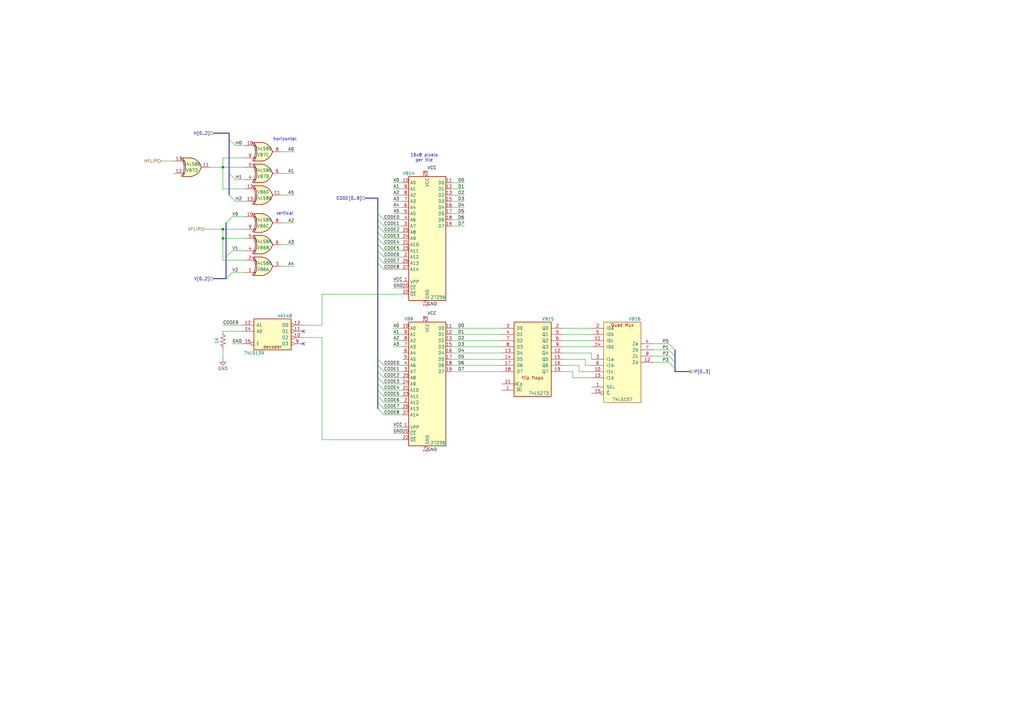
<source format=kicad_sch>
(kicad_sch (version 20231120) (generator "eeschema") (generator_version "8.0")
  (paper "A3")
  (title_block (date "2024-10-12") (company "JOTEGO") (comment 1 "Jose Tejada"))
  (lib_symbols
    (symbol "Device:R_US" (pin_numbers hide) (pin_names (offset 0))
      (property "Reference" "R" (at 2.54 0 90))
      (property "Value" "R_US" (at -2.54 0 90))
      (symbol "R_US_0_1"
        (polyline (pts (xy 0 -2.286) (xy 0 -2.54)))
        (polyline (pts (xy 0 2.286) (xy 0 2.54)))
        (polyline (pts (xy 0 -0.762) (xy 1.016 -1.143) (xy 0 -1.524) (xy -1.016 -1.905) (xy 0 -2.286)))
        (polyline (pts (xy 0 0.762) (xy 1.016 0.381) (xy 0 0) (xy -1.016 -0.381) (xy 0 -0.762)))
        (polyline (pts (xy 0 2.286) (xy 1.016 1.905) (xy 0 1.524) (xy -1.016 1.143) (xy 0 0.762)))
      )
      (symbol "R_US_1_1"
        (pin passive line (at 0 3.81 270) (length 1.27) (name "~") (number "1"))
        (pin passive line (at 0 -3.81 90) (length 1.27) (name "~") (number "2"))
      )
    )
    (symbol "Memory_EPROM:27256"
      (property "Reference" "U" (at -7.62 26.67 0))
      (property "Value" "27256" (at 2.54 -26.67 0))
      (symbol "27256_1_1"
        (rectangle (start -7.62 25.4) (end 7.62 -25.4) (stroke (width 0.254)) (fill (type background)))
        (pin input line (at -10.16 -17.78 0) (length 2.54) (name "VPP") (number "1"))
        (pin input line (at -10.16 22.86 0) (length 2.54) (name "A0") (number "10"))
        (pin tri_state line (at 10.16 22.86 180) (length 2.54) (name "D0") (number "11"))
        (pin tri_state line (at 10.16 20.32 180) (length 2.54) (name "D1") (number "12"))
        (pin tri_state line (at 10.16 17.78 180) (length 2.54) (name "D2") (number "13"))
        (pin power_in line (at 0 -27.94 90) (length 2.54) (name "GND") (number "14"))
        (pin tri_state line (at 10.16 15.24 180) (length 2.54) (name "D3") (number "15"))
        (pin tri_state line (at 10.16 12.7 180) (length 2.54) (name "D4") (number "16"))
        (pin tri_state line (at 10.16 10.16 180) (length 2.54) (name "D5") (number "17"))
        (pin tri_state line (at 10.16 7.62 180) (length 2.54) (name "D6") (number "18"))
        (pin tri_state line (at 10.16 5.08 180) (length 2.54) (name "D7") (number "19"))
        (pin input line (at -10.16 -7.62 0) (length 2.54) (name "A12") (number "2"))
        (pin input line (at -10.16 -20.32 0) (length 2.54) (name "~{CE}") (number "20"))
        (pin input line (at -10.16 -2.54 0) (length 2.54) (name "A10") (number "21"))
        (pin input line (at -10.16 -22.86 0) (length 2.54) (name "~{OE}") (number "22"))
        (pin input line (at -10.16 -5.08 0) (length 2.54) (name "A11") (number "23"))
        (pin input line (at -10.16 0 0) (length 2.54) (name "A9") (number "24"))
        (pin input line (at -10.16 2.54 0) (length 2.54) (name "A8") (number "25"))
        (pin input line (at -10.16 -10.16 0) (length 2.54) (name "A13") (number "26"))
        (pin input line (at -10.16 -12.7 0) (length 2.54) (name "A14") (number "27"))
        (pin power_in line (at 0 27.94 270) (length 2.54) (name "VCC") (number "28"))
        (pin input line (at -10.16 5.08 0) (length 2.54) (name "A7") (number "3"))
        (pin input line (at -10.16 7.62 0) (length 2.54) (name "A6") (number "4"))
        (pin input line (at -10.16 10.16 0) (length 2.54) (name "A5") (number "5"))
        (pin input line (at -10.16 12.7 0) (length 2.54) (name "A4") (number "6"))
        (pin input line (at -10.16 15.24 0) (length 2.54) (name "A3") (number "7"))
        (pin input line (at -10.16 17.78 0) (length 2.54) (name "A2") (number "8"))
        (pin input line (at -10.16 20.32 0) (length 2.54) (name "A1") (number "9"))
      )
    )
    (symbol "jt74:74LS139" (pin_names (offset 1.016))
      (property "Reference" "U" (at 6.35 6.35 0))
      (property "Value" "74LS139" (at -7.62 -8.89 0))
      (symbol "74LS139_0_0"
        (text "decoder" (at 0 -6.35 0) (effects (font (size 1.27 1.27))))
      )
      (symbol "74LS139_1_0"
        (pin input inverted (at -12.7 -5.08 0) (length 5.08) (name "E") (number "1"))
        (pin input line (at -12.7 0 0) (length 5.08) (name "A0") (number "2"))
        (pin input line (at -12.7 2.54 0) (length 5.08) (name "A1") (number "3"))
        (pin output inverted (at 12.7 2.54 180) (length 5.08) (name "O0") (number "4"))
        (pin output inverted (at 12.7 0 180) (length 5.08) (name "O1") (number "5"))
        (pin output inverted (at 12.7 -2.54 180) (length 5.08) (name "O2") (number "6"))
        (pin output inverted (at 12.7 -5.08 180) (length 5.08) (name "O3") (number "7"))
      )
      (symbol "74LS139_1_1"
        (rectangle (start -7.62 5.08) (end 7.62 -7.62) (stroke (width 0.254)) (fill (type background)))
      )
      (symbol "74LS139_2_0"
        (pin output inverted (at 12.7 -2.54 180) (length 5.08) (name "O2") (number "10"))
        (pin output inverted (at 12.7 0 180) (length 5.08) (name "O1") (number "11"))
        (pin output inverted (at 12.7 2.54 180) (length 5.08) (name "O0") (number "12"))
        (pin input line (at -12.7 2.54 0) (length 5.08) (name "A1") (number "13"))
        (pin input line (at -12.7 0 0) (length 5.08) (name "A0") (number "14"))
        (pin input inverted (at -12.7 -5.08 0) (length 5.08) (name "E") (number "15"))
        (pin output inverted (at 12.7 -5.08 180) (length 5.08) (name "O3") (number "9"))
      )
      (symbol "74LS139_2_1"
        (rectangle (start -7.62 5.08) (end 7.62 -7.62) (stroke (width 0.254)) (fill (type background)))
      )
      (symbol "74LS139_3_0"
        (pin power_in line (at 0 7.62 270) (length 5.08) hide (name "VCC") (number "16"))
        (pin power_in line (at 0 -7.62 90) (length 5.08) hide (name "VSS") (number "8"))
      )
      (symbol "74LS139_3_1"
        (rectangle (start -5.08 7.62) (end 5.08 -7.62) (stroke (width 0.254)) (fill (type background)))
      )
    )
    (symbol "jt74:74LS157" (pin_names (offset 1.016))
      (property "Reference" "U" (at 5.08 16.51 0))
      (property "Value" "74LS157" (at 0 -16.51 0))
      (symbol "74LS157_0_0"
        (text "Quad Mux" (at 0 13.97 0) (effects (font (size 1.27 1.27))))
      )
      (symbol "74LS157_1_0"
        (pin input line (at -12.7 -11.43 0) (length 5.08) (name "SEL") (number "1"))
        (pin input line (at -12.7 -5.08 0) (length 5.08) (name "I1c") (number "10"))
        (pin input line (at -12.7 7.62 0) (length 5.08) (name "I0c") (number "11"))
        (pin output line (at 12.7 -1.27 180) (length 5.08) (name "Zd") (number "12"))
        (pin input line (at -12.7 -7.62 0) (length 5.08) (name "I1d") (number "13"))
        (pin input line (at -12.7 5.08 0) (length 5.08) (name "I0d") (number "14"))
        (pin input inverted (at -12.7 -13.97 0) (length 5.08) (name "~{G}") (number "15"))
        (pin input line (at -12.7 12.7 0) (length 5.08) (name "I0a") (number "2"))
        (pin input line (at -12.7 0 0) (length 5.08) (name "I1a") (number "3"))
        (pin output line (at 12.7 6.35 180) (length 5.08) (name "Za") (number "4"))
        (pin input line (at -12.7 10.16 0) (length 5.08) (name "I0b") (number "5"))
        (pin input line (at -12.7 -2.54 0) (length 5.08) (name "I1b") (number "6"))
        (pin output line (at 12.7 3.81 180) (length 5.08) (name "Zb") (number "7"))
        (pin output line (at 12.7 1.27 180) (length 5.08) (name "Zc") (number "9"))
      )
      (symbol "74LS157_1_1"
        (rectangle (start -7.62 15.24) (end 7.62 -17.78) (fill (type background)))
      )
    )
    (symbol "jt74:74LS273" (pin_names (offset 1.016))
      (property "Reference" "U" (at 6.35 16.51 0))
      (property "Value" "74LS273" (at 2.54 -13.97 0))
      (symbol "74LS273_0_0"
        (text "flip flops" (at 0 -7.62 0) (effects (font (size 1.27 1.27))))
      )
      (symbol "74LS273_1_0"
        (pin input line (at -12.7 -12.7 0) (length 5.08) (name "~{Mr}") (number "1"))
        (pin input clock (at -12.7 -10.16 0) (length 5.08) (name "Cp") (number "11"))
        (pin output line (at 12.7 2.54 180) (length 5.08) (name "Q4") (number "12"))
        (pin input line (at -12.7 2.54 0) (length 5.08) (name "D4") (number "13"))
        (pin input line (at -12.7 0 0) (length 5.08) (name "D5") (number "14"))
        (pin output line (at 12.7 0 180) (length 5.08) (name "Q5") (number "15"))
        (pin output line (at 12.7 -2.54 180) (length 5.08) (name "Q6") (number "16"))
        (pin input line (at -12.7 -2.54 0) (length 5.08) (name "D6") (number "17"))
        (pin input line (at -12.7 -5.08 0) (length 5.08) (name "D7") (number "18"))
        (pin output line (at 12.7 -5.08 180) (length 5.08) (name "Q7") (number "19"))
        (pin output line (at 12.7 12.7 180) (length 5.08) (name "Q0") (number "2"))
        (pin input line (at -12.7 12.7 0) (length 5.08) (name "D0") (number "3"))
        (pin input line (at -12.7 10.16 0) (length 5.08) (name "D1") (number "4"))
        (pin output line (at 12.7 10.16 180) (length 5.08) (name "Q1") (number "5"))
        (pin output line (at 12.7 7.62 180) (length 5.08) (name "Q2") (number "6"))
        (pin input line (at -12.7 7.62 0) (length 5.08) (name "D2") (number "7"))
        (pin input line (at -12.7 5.08 0) (length 5.08) (name "D3") (number "8"))
        (pin output line (at 12.7 5.08 180) (length 5.08) (name "Q3") (number "9"))
      )
      (symbol "74LS273_1_1"
        (rectangle (start -7.62 15.24) (end 7.62 -15.24) (stroke (width 0.254)) (fill (type background)))
      )
    )
    (symbol "jt74:74LS86" (pin_names (offset 1.016))
      (property "Reference" "U" (at 0 1.27 0))
      (property "Value" "74LS86" (at 0 -1.27 0))
      (symbol "74LS86_1_0"
        (arc (start -4.4196 -3.81) (mid -3.2033 0) (end -4.4196 3.81) (stroke (width 0.254)))
        (arc (start -3.81 -3.81) (mid -2.589 0) (end -3.81 3.81) (stroke (width 0.254)))
        (arc (start -0.6096 -3.81) (mid 2.1842 -2.5851) (end 3.81 0) (stroke (width 0.254)) (fill (type background)))
        (polyline (pts (xy -3.81 -3.81) (xy -0.635 -3.81)) (stroke (width 0.254)) (fill (type background)))
        (polyline (pts (xy -3.81 3.81) (xy -0.635 3.81)) (stroke (width 0.254)) (fill (type background)))
        (polyline (pts (xy -0.635 3.81) (xy -3.81 3.81) (xy -3.81 3.81) (xy -3.556 3.4036) (xy -3.0226 2.2606) (xy -2.6924 1.0414) (xy -2.6162 -0.254) (xy -2.7686 -1.4986) (xy -3.175 -2.7178) (xy -3.81 -3.81) (xy -3.81 -3.81) (xy -0.635 -3.81)) (stroke (width -25.4)) (fill (type background)))
        (arc (start 3.81 0) (mid 2.1915 2.5936) (end -0.6096 3.81) (stroke (width 0.254)) (fill (type background)))
        (pin input line (at -7.62 2.54 0) (length 4.445) (name "~") (number "1"))
        (pin input line (at -7.62 -2.54 0) (length 4.445) (name "~") (number "2"))
        (pin output line (at 7.62 0 180) (length 3.81) (name "~") (number "3"))
      )
      (symbol "74LS86_1_1"
        (polyline (pts (xy -3.81 -2.54) (xy -3.175 -2.54)) (stroke (width 0.1524)))
        (polyline (pts (xy -3.81 2.54) (xy -3.175 2.54)) (stroke (width 0.1524)))
      )
      (symbol "74LS86_2_0"
        (arc (start -4.4196 -3.81) (mid -3.2033 0) (end -4.4196 3.81) (stroke (width 0.254)))
        (arc (start -3.81 -3.81) (mid -2.589 0) (end -3.81 3.81) (stroke (width 0.254)))
        (arc (start -0.6096 -3.81) (mid 2.1842 -2.5851) (end 3.81 0) (stroke (width 0.254)) (fill (type background)))
        (polyline (pts (xy -3.81 -3.81) (xy -0.635 -3.81)) (stroke (width 0.254)) (fill (type background)))
        (polyline (pts (xy -3.81 3.81) (xy -0.635 3.81)) (stroke (width 0.254)) (fill (type background)))
        (polyline (pts (xy -0.635 3.81) (xy -3.81 3.81) (xy -3.81 3.81) (xy -3.556 3.4036) (xy -3.0226 2.2606) (xy -2.6924 1.0414) (xy -2.6162 -0.254) (xy -2.7686 -1.4986) (xy -3.175 -2.7178) (xy -3.81 -3.81) (xy -3.81 -3.81) (xy -0.635 -3.81)) (stroke (width -25.4)) (fill (type background)))
        (arc (start 3.81 0) (mid 2.1915 2.5936) (end -0.6096 3.81) (stroke (width 0.254)) (fill (type background)))
        (pin input line (at -7.62 2.54 0) (length 4.445) (name "~") (number "4"))
        (pin input line (at -7.62 -2.54 0) (length 4.445) (name "~") (number "5"))
        (pin output line (at 7.62 0 180) (length 3.81) (name "~") (number "6"))
      )
      (symbol "74LS86_2_1"
        (polyline (pts (xy -3.81 -2.54) (xy -3.175 -2.54)) (stroke (width 0.1524)))
        (polyline (pts (xy -3.81 2.54) (xy -3.175 2.54)) (stroke (width 0.1524)))
      )
      (symbol "74LS86_3_0"
        (arc (start -4.4196 -3.81) (mid -3.2033 0) (end -4.4196 3.81) (stroke (width 0.254)))
        (arc (start -3.81 -3.81) (mid -2.589 0) (end -3.81 3.81) (stroke (width 0.254)))
        (arc (start -0.6096 -3.81) (mid 2.1842 -2.5851) (end 3.81 0) (stroke (width 0.254)) (fill (type background)))
        (polyline (pts (xy -3.81 -3.81) (xy -0.635 -3.81)) (stroke (width 0.254)) (fill (type background)))
        (polyline (pts (xy -3.81 3.81) (xy -0.635 3.81)) (stroke (width 0.254)) (fill (type background)))
        (polyline (pts (xy -0.635 3.81) (xy -3.81 3.81) (xy -3.81 3.81) (xy -3.556 3.4036) (xy -3.0226 2.2606) (xy -2.6924 1.0414) (xy -2.6162 -0.254) (xy -2.7686 -1.4986) (xy -3.175 -2.7178) (xy -3.81 -3.81) (xy -3.81 -3.81) (xy -0.635 -3.81)) (stroke (width -25.4)) (fill (type background)))
        (arc (start 3.81 0) (mid 2.1915 2.5936) (end -0.6096 3.81) (stroke (width 0.254)) (fill (type background)))
        (pin input line (at -7.62 -2.54 0) (length 4.445) (name "~") (number "10"))
        (pin output line (at 7.62 0 180) (length 3.81) (name "~") (number "8"))
        (pin input line (at -7.62 2.54 0) (length 4.445) (name "~") (number "9"))
      )
      (symbol "74LS86_3_1"
        (polyline (pts (xy -3.81 -2.54) (xy -3.175 -2.54)) (stroke (width 0.1524)))
        (polyline (pts (xy -3.81 2.54) (xy -3.175 2.54)) (stroke (width 0.1524)))
      )
      (symbol "74LS86_4_0"
        (arc (start -4.4196 -3.81) (mid -3.2033 0) (end -4.4196 3.81) (stroke (width 0.254)))
        (arc (start -3.81 -3.81) (mid -2.589 0) (end -3.81 3.81) (stroke (width 0.254)))
        (arc (start -0.6096 -3.81) (mid 2.1842 -2.5851) (end 3.81 0) (stroke (width 0.254)) (fill (type background)))
        (polyline (pts (xy -3.81 -3.81) (xy -0.635 -3.81)) (stroke (width 0.254)) (fill (type background)))
        (polyline (pts (xy -3.81 3.81) (xy -0.635 3.81)) (stroke (width 0.254)) (fill (type background)))
        (polyline (pts (xy -0.635 3.81) (xy -3.81 3.81) (xy -3.81 3.81) (xy -3.556 3.4036) (xy -3.0226 2.2606) (xy -2.6924 1.0414) (xy -2.6162 -0.254) (xy -2.7686 -1.4986) (xy -3.175 -2.7178) (xy -3.81 -3.81) (xy -3.81 -3.81) (xy -0.635 -3.81)) (stroke (width -25.4)) (fill (type background)))
        (arc (start 3.81 0) (mid 2.1915 2.5936) (end -0.6096 3.81) (stroke (width 0.254)) (fill (type background)))
        (pin output line (at 7.62 0 180) (length 3.81) (name "~") (number "11"))
        (pin input line (at -7.62 2.54 0) (length 4.445) (name "~") (number "12"))
        (pin input line (at -7.62 -2.54 0) (length 4.445) (name "~") (number "13"))
      )
      (symbol "74LS86_4_1"
        (polyline (pts (xy -3.81 -2.54) (xy -3.175 -2.54)) (stroke (width 0.1524)))
        (polyline (pts (xy -3.81 2.54) (xy -3.175 2.54)) (stroke (width 0.1524)))
      )
      (symbol "74LS86_5_0"
        (pin power_in line (at 0 7.62 270) (length 5.08) hide (name "VCC") (number "14"))
        (pin power_in line (at 0 -7.62 90) (length 5.08) hide (name "VSS") (number "7"))
      )
      (symbol "74LS86_5_1"
        (rectangle (start -5.08 7.62) (end 5.08 -7.62) (stroke (width 0.254)) (fill (type background)))
      )
    )
    (symbol "power:GND" (power) (pin_numbers hide) (pin_names (offset 0) hide)
      (property "Value" "GND" (at 0 -3.81 0))
      (symbol "GND_0_1"
        (polyline (pts (xy 0 0) (xy 0 -1.27) (xy 1.27 -1.27) (xy 0 -2.54) (xy -1.27 -1.27) (xy 0 -1.27)))
      )
      (symbol "GND_1_1"
        (pin power_in line (at 0 0 270) (length 0) (name "~") (number "1"))
      )
    )
  )
  (junction (at 91.44 97.79))
  (junction (at 91.44 93.98))
  (junction (at 91.44 68.58))
  (no_connect (at 124.46 135.89))
  (no_connect (at 124.46 140.97))
  (bus_entry (at 154.94 92.71) (size 2.54 2.54))
  (bus_entry (at 154.94 165.1) (size 2.54 2.54))
  (bus_entry (at 154.94 97.79) (size 2.54 2.54))
  (bus_entry (at 154.94 152.4) (size 2.54 2.54))
  (bus_entry (at 92.71 114.3) (size 2.54 -2.54))
  (bus_entry (at 154.94 167.64) (size 2.54 2.54))
  (bus_entry (at 154.94 107.95) (size 2.54 2.54))
  (bus_entry (at 93.98 57.15) (size 2.54 2.54))
  (bus_entry (at 154.94 154.94) (size 2.54 2.54))
  (bus_entry (at 154.94 147.32) (size 2.54 2.54))
  (bus_entry (at 154.94 90.17) (size 2.54 2.54))
  (bus_entry (at 274.32 146.05) (size 2.54 2.54))
  (bus_entry (at 93.98 80.01) (size 2.54 2.54))
  (bus_entry (at 154.94 105.41) (size 2.54 2.54))
  (bus_entry (at 93.98 71.12) (size 2.54 2.54))
  (bus_entry (at 154.94 160.02) (size 2.54 2.54))
  (bus_entry (at 92.71 91.44) (size 2.54 -2.54))
  (bus_entry (at 154.94 162.56) (size 2.54 2.54))
  (bus_entry (at 154.94 87.63) (size 2.54 2.54))
  (bus_entry (at 154.94 102.87) (size 2.54 2.54))
  (bus_entry (at 274.32 140.97) (size 2.54 2.54))
  (bus_entry (at 154.94 95.25) (size 2.54 2.54))
  (bus_entry (at 274.32 143.51) (size 2.54 2.54))
  (bus_entry (at 274.32 148.59) (size 2.54 2.54))
  (bus_entry (at 154.94 149.86) (size 2.54 2.54))
  (bus_entry (at 92.71 105.41) (size 2.54 -2.54))
  (bus_entry (at 154.94 100.33) (size 2.54 2.54))
  (bus_entry (at 154.94 157.48) (size 2.54 2.54))
  (wire (pts (xy 124.46 138.43) (xy 132.08 138.43)))
  (wire (pts (xy 231.14 137.16) (xy 242.57 137.16)))
  (bus (pts (xy 154.94 100.33) (xy 154.94 97.79)))
  (wire (pts (xy 91.44 106.68) (xy 100.33 106.68)))
  (wire (pts (xy 157.48 110.49) (xy 165.1 110.49)))
  (bus (pts (xy 92.71 105.41) (xy 92.71 114.3)))
  (wire (pts (xy 161.29 85.09) (xy 165.1 85.09)))
  (bus (pts (xy 154.94 149.86) (xy 154.94 147.32)))
  (wire (pts (xy 267.97 143.51) (xy 274.32 143.51)))
  (wire (pts (xy 161.29 139.7) (xy 165.1 139.7)))
  (wire (pts (xy 161.29 137.16) (xy 165.1 137.16)))
  (bus (pts (xy 154.94 162.56) (xy 154.94 160.02)))
  (wire (pts (xy 231.14 139.7) (xy 242.57 139.7)))
  (wire (pts (xy 267.97 140.97) (xy 274.32 140.97)))
  (wire (pts (xy 161.29 77.47) (xy 165.1 77.47)))
  (bus (pts (xy 154.94 167.64) (xy 154.94 165.1)))
  (wire (pts (xy 185.42 77.47) (xy 190.5 77.47)))
  (bus (pts (xy 93.98 54.61) (xy 87.63 54.61)))
  (bus (pts (xy 154.94 157.48) (xy 154.94 154.94)))
  (wire (pts (xy 91.44 93.98) (xy 91.44 97.79)))
  (bus (pts (xy 93.98 57.15) (xy 93.98 54.61)))
  (wire (pts (xy 231.14 134.62) (xy 242.57 134.62)))
  (bus (pts (xy 276.86 146.05) (xy 276.86 148.59)))
  (bus (pts (xy 93.98 80.01) (xy 93.98 71.12)))
  (wire (pts (xy 96.52 73.66) (xy 100.33 73.66)))
  (wire (pts (xy 115.57 109.22) (xy 120.65 109.22)))
  (wire (pts (xy 91.44 64.77) (xy 91.44 68.58)))
  (wire (pts (xy 161.29 142.24) (xy 165.1 142.24)))
  (wire (pts (xy 132.08 120.65) (xy 132.08 133.35)))
  (bus (pts (xy 154.94 97.79) (xy 154.94 95.25)))
  (wire (pts (xy 115.57 62.23) (xy 120.65 62.23)))
  (wire (pts (xy 161.29 177.8) (xy 165.1 177.8)))
  (wire (pts (xy 242.57 144.78) (xy 242.57 147.32)))
  (wire (pts (xy 157.48 170.18) (xy 165.1 170.18)))
  (bus (pts (xy 87.63 114.3) (xy 92.71 114.3)))
  (wire (pts (xy 185.42 137.16) (xy 205.74 137.16)))
  (wire (pts (xy 185.42 90.17) (xy 190.5 90.17)))
  (bus (pts (xy 154.94 160.02) (xy 154.94 157.48)))
  (bus (pts (xy 154.94 154.94) (xy 154.94 152.4)))
  (wire (pts (xy 231.14 152.4) (xy 234.95 152.4)))
  (wire (pts (xy 95.25 102.87) (xy 100.33 102.87)))
  (wire (pts (xy 240.03 147.32) (xy 240.03 149.86)))
  (wire (pts (xy 157.48 90.17) (xy 165.1 90.17)))
  (wire (pts (xy 95.25 88.9) (xy 100.33 88.9)))
  (wire (pts (xy 157.48 107.95) (xy 165.1 107.95)))
  (bus (pts (xy 276.86 152.4) (xy 283.21 152.4)))
  (bus (pts (xy 149.86 81.28) (xy 154.94 81.28)))
  (wire (pts (xy 157.48 160.02) (xy 165.1 160.02)))
  (bus (pts (xy 276.86 143.51) (xy 276.86 146.05)))
  (bus (pts (xy 154.94 107.95) (xy 154.94 147.32)))
  (wire (pts (xy 267.97 148.59) (xy 274.32 148.59)))
  (wire (pts (xy 91.44 68.58) (xy 91.44 77.47)))
  (bus (pts (xy 154.94 92.71) (xy 154.94 90.17)))
  (wire (pts (xy 91.44 97.79) (xy 91.44 106.68)))
  (wire (pts (xy 231.14 147.32) (xy 240.03 147.32)))
  (wire (pts (xy 185.42 142.24) (xy 205.74 142.24)))
  (wire (pts (xy 231.14 144.78) (xy 242.57 144.78)))
  (wire (pts (xy 157.48 92.71) (xy 165.1 92.71)))
  (wire (pts (xy 91.44 147.32) (xy 91.44 143.51)))
  (wire (pts (xy 132.08 180.34) (xy 165.1 180.34)))
  (bus (pts (xy 154.94 81.28) (xy 154.94 87.63)))
  (wire (pts (xy 157.48 95.25) (xy 165.1 95.25)))
  (wire (pts (xy 91.44 133.35) (xy 99.06 133.35)))
  (wire (pts (xy 161.29 87.63) (xy 165.1 87.63)))
  (wire (pts (xy 91.44 97.79) (xy 100.33 97.79)))
  (wire (pts (xy 185.42 139.7) (xy 205.74 139.7)))
  (bus (pts (xy 92.71 91.44) (xy 92.71 105.41)))
  (wire (pts (xy 157.48 167.64) (xy 165.1 167.64)))
  (wire (pts (xy 231.14 149.86) (xy 237.49 149.86)))
  (wire (pts (xy 157.48 102.87) (xy 165.1 102.87)))
  (wire (pts (xy 157.48 154.94) (xy 165.1 154.94)))
  (wire (pts (xy 185.42 152.4) (xy 205.74 152.4)))
  (wire (pts (xy 157.48 100.33) (xy 165.1 100.33)))
  (wire (pts (xy 161.29 80.01) (xy 165.1 80.01)))
  (wire (pts (xy 115.57 71.12) (xy 120.65 71.12)))
  (wire (pts (xy 165.1 120.65) (xy 132.08 120.65)))
  (wire (pts (xy 185.42 147.32) (xy 205.74 147.32)))
  (wire (pts (xy 185.42 82.55) (xy 190.5 82.55)))
  (bus (pts (xy 93.98 71.12) (xy 93.98 57.15)))
  (bus (pts (xy 276.86 151.13) (xy 276.86 152.4)))
  (wire (pts (xy 161.29 74.93) (xy 165.1 74.93)))
  (wire (pts (xy 66.04 66.04) (xy 71.12 66.04)))
  (wire (pts (xy 115.57 91.44) (xy 120.65 91.44)))
  (wire (pts (xy 240.03 149.86) (xy 242.57 149.86)))
  (wire (pts (xy 157.48 105.41) (xy 165.1 105.41)))
  (wire (pts (xy 157.48 152.4) (xy 165.1 152.4)))
  (bus (pts (xy 276.86 148.59) (xy 276.86 151.13)))
  (wire (pts (xy 95.25 140.97) (xy 99.06 140.97)))
  (wire (pts (xy 95.25 111.76) (xy 100.33 111.76)))
  (bus (pts (xy 154.94 165.1) (xy 154.94 162.56)))
  (wire (pts (xy 185.42 80.01) (xy 190.5 80.01)))
  (wire (pts (xy 161.29 115.57) (xy 165.1 115.57)))
  (wire (pts (xy 161.29 118.11) (xy 165.1 118.11)))
  (wire (pts (xy 185.42 92.71) (xy 190.5 92.71)))
  (wire (pts (xy 185.42 149.86) (xy 205.74 149.86)))
  (bus (pts (xy 154.94 90.17) (xy 154.94 87.63)))
  (bus (pts (xy 154.94 107.95) (xy 154.94 105.41)))
  (wire (pts (xy 86.36 68.58) (xy 91.44 68.58)))
  (bus (pts (xy 154.94 152.4) (xy 154.94 149.86)))
  (wire (pts (xy 83.82 93.98) (xy 91.44 93.98)))
  (wire (pts (xy 91.44 68.58) (xy 100.33 68.58)))
  (wire (pts (xy 157.48 165.1) (xy 165.1 165.1)))
  (wire (pts (xy 185.42 85.09) (xy 190.5 85.09)))
  (wire (pts (xy 161.29 82.55) (xy 165.1 82.55)))
  (wire (pts (xy 91.44 135.89) (xy 99.06 135.89)))
  (wire (pts (xy 96.52 59.69) (xy 100.33 59.69)))
  (wire (pts (xy 157.48 149.86) (xy 165.1 149.86)))
  (wire (pts (xy 185.42 134.62) (xy 205.74 134.62)))
  (wire (pts (xy 267.97 146.05) (xy 274.32 146.05)))
  (wire (pts (xy 115.57 100.33) (xy 120.65 100.33)))
  (wire (pts (xy 115.57 80.01) (xy 120.65 80.01)))
  (wire (pts (xy 185.42 74.93) (xy 190.5 74.93)))
  (wire (pts (xy 237.49 149.86) (xy 237.49 152.4)))
  (wire (pts (xy 185.42 144.78) (xy 205.74 144.78)))
  (wire (pts (xy 234.95 154.94) (xy 242.57 154.94)))
  (wire (pts (xy 124.46 133.35) (xy 132.08 133.35)))
  (wire (pts (xy 161.29 134.62) (xy 165.1 134.62)))
  (wire (pts (xy 132.08 138.43) (xy 132.08 180.34)))
  (wire (pts (xy 157.48 157.48) (xy 165.1 157.48)))
  (bus (pts (xy 154.94 102.87) (xy 154.94 100.33)))
  (wire (pts (xy 91.44 64.77) (xy 100.33 64.77)))
  (wire (pts (xy 231.14 142.24) (xy 242.57 142.24)))
  (wire (pts (xy 234.95 152.4) (xy 234.95 154.94)))
  (wire (pts (xy 96.52 82.55) (xy 100.33 82.55)))
  (wire (pts (xy 185.42 87.63) (xy 190.5 87.63)))
  (wire (pts (xy 157.48 162.56) (xy 165.1 162.56)))
  (bus (pts (xy 154.94 105.41) (xy 154.94 102.87)))
  (bus (pts (xy 154.94 95.25) (xy 154.94 92.71)))
  (wire (pts (xy 237.49 152.4) (xy 242.57 152.4)))
  (wire (pts (xy 161.29 175.26) (xy 165.1 175.26)))
  (wire (pts (xy 91.44 93.98) (xy 100.33 93.98)))
  (wire (pts (xy 157.48 97.79) (xy 165.1 97.79)))
  (wire (pts (xy 91.44 77.47) (xy 100.33 77.47)))
  (text "horizontal" (at 116.84 57.15 0) (effects (font (size 1.27 1.27))))
  (text "vertical" (at 116.84 87.63 0) (effects (font (size 1.27 1.27))))
  (text "16x8 pixels\nper tile" (at 173.99 64.77 0) (effects (font (size 1.27 1.27))))
  (label "VCC" (at 161.29 175.26 0))
  (label "GND" (at 161.29 177.8 0))
  (label "A3" (at 120.65 100.33 180))
  (label "CODE1" (at 157.48 152.4 0))
  (label "CODE0" (at 157.48 90.17 0))
  (label "CODE7" (at 157.48 167.64 0))
  (label "A3" (at 161.29 82.55 0))
  (label "CODE2" (at 157.48 154.94 0))
  (label "D3" (at 190.5 82.55 180))
  (label "D2" (at 190.5 80.01 180))
  (label "CODE4" (at 157.48 100.33 0))
  (label "A0" (at 120.65 62.23 180))
  (label "D6" (at 190.5 149.86 180))
  (label "A1" (at 120.65 71.12 180))
  (label "P2" (at 274.32 146.05 180))
  (label "D5" (at 190.5 87.63 180))
  (label "CODE8" (at 157.48 110.49 0))
  (label "A2" (at 161.29 80.01 0))
  (label "CODE7" (at 157.48 107.95 0))
  (label "D1" (at 190.5 137.16 180))
  (label "P1" (at 274.32 143.51 180))
  (label "CODE8" (at 157.48 170.18 0))
  (label "V1" (at 95.25 102.87 0))
  (label "D3" (at 190.5 142.24 180))
  (label "VCC" (at 175.26 69.85 0))
  (label "CODE6" (at 157.48 105.41 0))
  (label "D2" (at 190.5 139.7 180))
  (label "P3" (at 274.32 148.59 180))
  (label "A4" (at 120.65 109.22 180))
  (label "A5" (at 120.65 80.01 180))
  (label "H2" (at 96.52 82.55 0))
  (label "D7" (at 190.5 152.4 180))
  (label "CODE6" (at 157.48 165.1 0))
  (label "VCC" (at 161.29 115.57 0))
  (label "V2" (at 95.25 111.76 0))
  (label "CODE1" (at 157.48 92.71 0))
  (label "GND" (at 95.25 140.97 0))
  (label "D0" (at 190.5 74.93 180))
  (label "CODE3" (at 157.48 157.48 0))
  (label "A1" (at 161.29 137.16 0))
  (label "CODE9" (at 91.44 133.35 0))
  (label "D4" (at 190.5 85.09 180))
  (label "A4" (at 161.29 85.09 0))
  (label "D6" (at 190.5 90.17 180))
  (label "CODE5" (at 157.48 102.87 0))
  (label "V0" (at 95.25 88.9 0))
  (label "GND" (at 175.26 185.42 0))
  (label "D0" (at 190.5 134.62 180))
  (label "GND" (at 161.29 118.11 0))
  (label "A0" (at 161.29 74.93 0))
  (label "H1" (at 96.52 73.66 0))
  (label "A0" (at 161.29 134.62 0))
  (label "H0" (at 96.52 59.69 0))
  (label "D7" (at 190.5 92.71 180))
  (label "CODE5" (at 157.48 162.56 0))
  (label "VCC" (at 175.26 129.54 0))
  (label "GND" (at 175.26 125.73 0))
  (label "A3" (at 161.29 142.24 0))
  (label "CODE4" (at 157.48 160.02 0))
  (label "D4" (at 190.5 144.78 180))
  (label "D5" (at 190.5 147.32 180))
  (label "A2" (at 120.65 91.44 180))
  (label "A2" (at 161.29 139.7 0))
  (label "CODE2" (at 157.48 95.25 0))
  (label "D1" (at 190.5 77.47 180))
  (label "P0" (at 274.32 140.97 180))
  (label "CODE0" (at 157.48 149.86 0))
  (label "CODE3" (at 157.48 97.79 0))
  (label "A5" (at 161.29 87.63 0))
  (label "A1" (at 161.29 77.47 0))
  (hierarchical_label "VFLIP" (shape input) (at 83.82 93.98 180))
  (hierarchical_label "V[0..2]" (shape input) (at 87.63 114.3 180))
  (hierarchical_label "P[0..3]" (shape output) (at 283.21 152.4 0))
  (hierarchical_label "HFLIP" (shape input) (at 66.04 66.04 180))
  (hierarchical_label "CODE[0..9]" (shape input) (at 149.86 81.28 180))
  (hierarchical_label "H[0..2]" (shape input) (at 87.63 54.61 180))
  (symbol (lib_id "jt74:74LS86") (at 107.95 109.22 0) (mirror x) (unit 1)
    (property "Reference" "VB6" (at 107.95 110.49 0))
    (property "Value" "74LS86" (at 107.95 107.95 0))
    (property "Datasheet" "74xx/74ls86.pdf" (effects (hide yes)))
    (property "Description" "Quad 2-input XOR" (effects (hide yes)))
  )
  (symbol (lib_id "jt74:74LS86") (at 78.74 68.58 0) (mirror x) (unit 4)
    (property "Reference" "VB7" (at 78.74 69.85 0))
    (property "Value" "74LS86" (at 78.74 67.31 0))
    (property "Datasheet" "74xx/74ls86.pdf" (effects (hide yes)))
    (property "Description" "Quad 2-input XOR" (effects (hide yes)))
  )
  (symbol (lib_id "jt74:74LS86") (at 107.95 100.33 0) (mirror x) (unit 2)
    (property "Reference" "VB6" (at 107.95 101.6 0))
    (property "Value" "74LS86" (at 107.95 99.06 0))
    (property "Datasheet" "74xx/74ls86.pdf" (effects (hide yes)))
    (property "Description" "Quad 2-input XOR" (effects (hide yes)))
  )
  (symbol (lib_id "jt74:74LS157") (at 255.27 147.32 0) (unit 1)
    (property "Reference" "VB16" (at 260.35 130.81 0))
    (property "Value" "74LS157" (at 255.27 163.83 0))
    (property "Datasheet" "https://www.alldatasheet.com/datasheet-pdf/pdf/27402/TI/74LS157.html" (effects (hide yes)))
    (property "Description" "Quad 2 to 1 line Multiplexer" (effects (hide yes)))
  )
  (symbol (lib_id "jt74:74LS86") (at 107.95 71.12 0) (mirror x) (unit 2)
    (property "Reference" "VB7" (at 107.95 72.39 0))
    (property "Value" "74LS86" (at 107.95 69.85 0))
    (property "Datasheet" "74xx/74ls86.pdf" (effects (hide yes)))
    (property "Description" "Quad 2-input XOR" (effects (hide yes)))
  )
  (symbol (lib_id "jt74:74LS273") (at 218.44 147.32 0) (unit 1)
    (property "Reference" "VB15" (at 224.79 130.81 0))
    (property "Value" "74LS273" (at 220.98 161.29 0))
    (property "Datasheet" "http://www.ti.com/lit/gpn/sn74LS273" (effects (hide yes)))
    (property "Description" "8-bit D Flip-Flop, reset" (effects (hide yes)))
  )
  (symbol (lib_id "jt74:74LS86") (at 107.95 62.23 0) (mirror x) (unit 3)
    (property "Reference" "VB7" (at 107.95 63.5 0))
    (property "Value" "74LS86" (at 107.95 60.96 0))
    (property "Datasheet" "74xx/74ls86.pdf" (effects (hide yes)))
    (property "Description" "Quad 2-input XOR" (effects (hide yes)))
  )
  (symbol (lib_id "power:GND") (at 91.44 147.32 0) (unit 1)
    (property "Reference" "#PWR015" (effects (hide yes)))
    (property "Value" "GND" (at 91.44 151.13 0))
    (property "Description" "Power symbol creates a global label with name \"GND\" , ground" (effects (hide yes)))
  )
  (symbol (lib_id "jt74:74LS86") (at 107.95 80.01 0) (unit 4)
    (property "Reference" "VB6" (at 107.95 78.74 0))
    (property "Value" "74LS86" (at 107.95 81.28 0))
    (property "Datasheet" "74xx/74ls86.pdf" (effects (hide yes)))
    (property "Description" "Quad 2-input XOR" (effects (hide yes)))
  )
  (symbol (lib_id "Memory_EPROM:27256") (at 175.26 97.79 0) (unit 1)
    (property "Reference" "VB14" (at 167.64 71.12 0))
    (property "Value" "27256" (at 176.53 121.92 0) (effects (justify left)))
    (property "Footprint" "Package_DIP:DIP-28_W15.24mm" (effects (hide yes)))
    (property "Datasheet" "http://datasheet.octopart.com/D27256-2-Intel-datasheet-17852618.pdf" (effects (hide yes)))
    (property "Description" "UV Erasable EPROM 256 KiBit, [Obsolete 2000-11]" (effects (hide yes)))
  )
  (symbol (lib_id "Memory_EPROM:27256") (at 175.26 157.48 0) (unit 1)
    (property "Reference" "VB9" (at 167.64 130.81 0))
    (property "Value" "27256" (at 176.53 181.61 0) (effects (justify left)))
    (property "Footprint" "Package_DIP:DIP-28_W15.24mm" (effects (hide yes)))
    (property "Datasheet" "http://datasheet.octopart.com/D27256-2-Intel-datasheet-17852618.pdf" (effects (hide yes)))
    (property "Description" "UV Erasable EPROM 256 KiBit, [Obsolete 2000-11]" (effects (hide yes)))
  )
  (symbol (lib_id "Device:R_US") (at 91.44 139.7 0) (unit 1)
    (property "Reference" "R6" (effects (hide yes)))
    (property "Value" "1K" (at 88.9 139.7 90))
    (property "Description" "Resistor, US symbol" (effects (hide yes)))
  )
  (symbol (lib_id "jt74:74LS86") (at 107.95 91.44 0) (mirror x) (unit 3)
    (property "Reference" "VB6" (at 107.95 92.71 0))
    (property "Value" "74LS86" (at 107.95 90.17 0))
    (property "Datasheet" "74xx/74ls86.pdf" (effects (hide yes)))
    (property "Description" "Quad 2-input XOR" (effects (hide yes)))
  )
  (symbol (lib_id "jt74:74LS139") (at 111.76 135.89 0) (unit 2)
    (property "Reference" "VA14" (at 116.84 129.54 0))
    (property "Value" "74LS139" (at 104.14 144.78 0))
    (property "Datasheet" "http://www.ti.com/lit/gpn/sn74LS139" (effects (hide yes)))
    (property "Description" "Dual Decoder 1 of 4, Active low outputs" (effects (hide yes)))
  )
)
</source>
